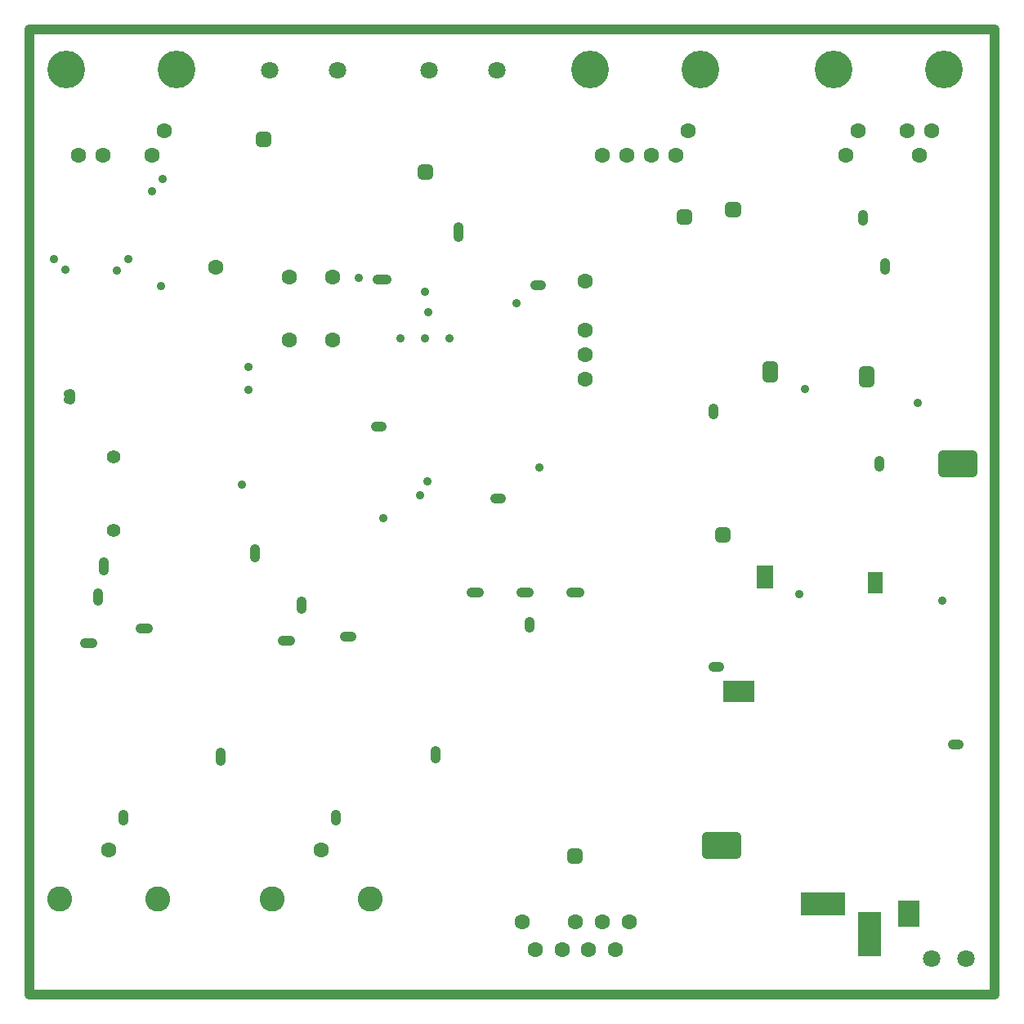
<source format=gbr>
%TF.GenerationSoftware,Altium Limited,Altium Designer,19.0.10 (269)*%
G04 Layer_Physical_Order=2*
G04 Layer_Color=32768*
%FSLAX45Y45*%
%MOMM*%
%TF.FileFunction,Copper,L2,Inr,Plane*%
%TF.Part,Single*%
G01*
G75*
%TA.AperFunction,ComponentPad*%
%ADD82C,1.80000*%
%TA.AperFunction,NonConductor*%
%ADD96C,1.00000*%
%ADD97C,1.01600*%
%ADD98R,2.37556X4.59740*%
%ADD99R,4.59740X2.37556*%
%ADD100R,3.01300X1.79380*%
%ADD101R,1.52400X2.32721*%
%ADD102R,1.67640X2.36220*%
%ADD103R,3.33700X2.18441*%
%ADD104R,2.18442X2.79401*%
%TA.AperFunction,ComponentPad*%
%ADD105C,1.60000*%
%ADD106C,1.40000*%
%ADD107C,3.90000*%
%ADD108C,2.60000*%
%ADD109O,3.80000X1.40000*%
%ADD110O,1.40000X3.60000*%
%TA.AperFunction,ViaPad*%
%ADD111C,0.90000*%
D82*
X4144106Y9575619D02*
D03*
X4844056D02*
D03*
X3194051D02*
D03*
X2494101D02*
D03*
X9351769Y377976D02*
D03*
X9701719D02*
D03*
D96*
X7644840Y6395040D02*
Y6514420D01*
Y6395040D02*
X7704840D01*
Y6514420D01*
X7644840D02*
X7704840D01*
X8643060Y6458540D02*
X8703060D01*
X8643060Y6339160D02*
Y6458540D01*
Y6339160D02*
X8703060D01*
Y6458540D01*
X421221Y6167129D02*
Y6227129D01*
X2399181Y8830900D02*
Y8890900D01*
X2400103Y8830900D02*
X2459181D01*
Y8890900D01*
X2399181D02*
X2459181D01*
X4071950Y8556276D02*
X4131950D01*
X4071950Y8496276D02*
Y8556276D01*
Y8496276D02*
X4131950D01*
Y8556276D01*
X9471100Y5412060D02*
Y5591440D01*
Y5412060D02*
X9772400D01*
Y5591440D01*
X9471100D02*
X9772400D01*
X7023500Y1457040D02*
Y1636420D01*
X7324800D01*
Y1457040D02*
Y1636420D01*
X7023500Y1457040D02*
X7324800D01*
X9568131Y2590322D02*
X9628131D01*
X5622033Y1469020D02*
X5682033D01*
X5622033Y1409020D02*
X5682033D01*
X5622033D02*
Y1469020D01*
X5682033Y1409020D02*
Y1469020D01*
X978780Y1807349D02*
Y1867349D01*
X4206980Y2446780D02*
Y2526640D01*
X3178179Y1806748D02*
Y1866748D01*
X1979200Y2419940D02*
Y2503760D01*
X574660Y3638780D02*
X649760D01*
X1156860Y3790321D02*
X1231960D01*
X712448Y4081100D02*
Y4156200D01*
X767720Y4399221D02*
Y4479080D01*
X3266152Y3707461D02*
X3341252D01*
X2623886Y3671513D02*
X2698986D01*
X2338520Y4532049D02*
Y4611909D01*
X2821740Y3998240D02*
Y4073341D01*
X3604573Y7407232D02*
X3701160D01*
X4450608Y7853713D02*
Y7947760D01*
X5241729Y7351460D02*
X5301729D01*
X3590311Y5885489D02*
X3650311D01*
X4827291Y5137740D02*
X4887291D01*
X6760375Y8030994D02*
Y8090994D01*
X6820375Y8030994D02*
Y8090994D01*
X6760375Y8030994D02*
X6820375D01*
X6760375Y8090994D02*
X6820375D01*
X7261227Y8163725D02*
X7321227D01*
X7261227Y8103725D02*
X7321227D01*
X7261227D02*
Y8163725D01*
X7321227Y8103725D02*
Y8163725D01*
X8641606Y8017606D02*
Y8077606D01*
X8868878Y7514878D02*
Y7574878D01*
X7086880Y6011771D02*
Y6071771D01*
X8804660Y5468732D02*
Y5528731D01*
X7152560Y4736759D02*
Y4796759D01*
X7212560Y4736759D02*
Y4796759D01*
X7152560Y4736759D02*
X7212560D01*
X7152560Y4796759D02*
X7212560D01*
X7088371Y3393232D02*
X7148371D01*
X5180200Y3805896D02*
Y3865895D01*
X4580687Y4170732D02*
X4660546D01*
X5616640D02*
X5696500D01*
X5098480D02*
X5178340D01*
D97*
X0Y0D02*
X10000000Y1D01*
X9999999Y10000000D02*
X10000000Y1D01*
X-1Y10000000D02*
X9999999D01*
X-1D02*
X0Y0D01*
D98*
X8705500Y631964D02*
D03*
D99*
X8220710Y939198D02*
D03*
D100*
X7174150Y1546729D02*
D03*
X9621750Y5501750D02*
D03*
D101*
X8768080Y4272561D02*
D03*
D102*
X7620000Y4326890D02*
D03*
D103*
X7348450Y3141920D02*
D03*
D104*
X9115500Y840680D02*
D03*
D105*
X3140880Y7433749D02*
D03*
Y6783749D02*
D03*
X2690880D02*
D03*
Y7433749D02*
D03*
X5103703Y750765D02*
D03*
X5242203Y466765D02*
D03*
X5519203D02*
D03*
X5657703Y750765D02*
D03*
X5796203Y466765D02*
D03*
X5934703Y750765D02*
D03*
X6073203Y466765D02*
D03*
X6211703Y750765D02*
D03*
X513601Y8694118D02*
D03*
X767601D02*
D03*
X1402601Y8948118D02*
D03*
X1275601Y8694118D02*
D03*
X6445606D02*
D03*
X5937606D02*
D03*
X6699606D02*
D03*
X6826606Y8948118D02*
D03*
X6191606Y8694118D02*
D03*
X8588606Y8948118D02*
D03*
X9350606D02*
D03*
X9223606Y8694118D02*
D03*
X8461606D02*
D03*
X9096606Y8948118D02*
D03*
X5759701Y7393439D02*
D03*
Y6885439D02*
D03*
Y6631439D02*
D03*
Y6377439D02*
D03*
X1931444Y7535484D02*
D03*
X826718Y1495861D02*
D03*
X3026719D02*
D03*
D106*
X875720Y5572740D02*
D03*
Y4810740D02*
D03*
D107*
X1529601Y9583118D02*
D03*
X386601D02*
D03*
X5810606D02*
D03*
X6953606D02*
D03*
X9477606D02*
D03*
X8334606D02*
D03*
D108*
X1334718Y987861D02*
D03*
X318718D02*
D03*
X2518719D02*
D03*
X3534719D02*
D03*
D109*
X8226721Y937976D02*
D03*
D110*
X8706721Y637976D02*
D03*
D111*
X7644520Y4329542D02*
D03*
X4126120Y5315400D02*
D03*
X2821740Y3998240D02*
D03*
X5616640Y4170732D02*
D03*
X5697440Y4169792D02*
D03*
X5098480Y4170732D02*
D03*
X5179280Y4169792D02*
D03*
X4580687Y4170732D02*
D03*
X4661486Y4169792D02*
D03*
X7204800Y1517040D02*
D03*
X7264800D02*
D03*
X7324800D02*
D03*
X7204800Y1457040D02*
D03*
X7324800D02*
D03*
X7264800D02*
D03*
Y1576420D02*
D03*
X7324800D02*
D03*
X7204800D02*
D03*
X7324800Y1636420D02*
D03*
X7264800D02*
D03*
X7204800D02*
D03*
X7023500Y1517040D02*
D03*
X7083500D02*
D03*
X7143500D02*
D03*
X7023500Y1457040D02*
D03*
X7143500D02*
D03*
X7083500D02*
D03*
Y1576420D02*
D03*
X7143500D02*
D03*
X7023500D02*
D03*
X7143500Y1636420D02*
D03*
X7083500D02*
D03*
X7023500D02*
D03*
X3701160Y7404692D02*
D03*
X3604573Y7407232D02*
D03*
X4453148Y7950300D02*
D03*
X4450608Y7853713D02*
D03*
X4130580Y7070680D02*
D03*
X3178179Y1866748D02*
D03*
Y1806748D02*
D03*
X4206040Y2445840D02*
D03*
X4206980Y2526640D02*
D03*
X2338520Y4611909D02*
D03*
X2337580Y4531109D02*
D03*
X2203940Y5285400D02*
D03*
X2698986Y3671513D02*
D03*
X2623886D02*
D03*
X649760Y3638780D02*
D03*
X574660D02*
D03*
X1231960Y3790321D02*
D03*
X1156860D02*
D03*
X712448Y4081100D02*
D03*
Y4156200D02*
D03*
X2821740Y4073341D02*
D03*
X3266152Y3707461D02*
D03*
X3341252D02*
D03*
X7212560Y4796759D02*
D03*
X7152560D02*
D03*
Y4736759D02*
D03*
X7212560D02*
D03*
X7229860Y3142880D02*
D03*
Y3082880D02*
D03*
Y3202880D02*
D03*
X7349240D02*
D03*
Y3142880D02*
D03*
Y3082880D02*
D03*
X7289240Y3202880D02*
D03*
Y3082880D02*
D03*
Y3142880D02*
D03*
X7408620D02*
D03*
Y3082880D02*
D03*
Y3202880D02*
D03*
X7468620Y3082880D02*
D03*
Y3142880D02*
D03*
Y3202880D02*
D03*
X7584520Y4269542D02*
D03*
X7644520D02*
D03*
X7584520Y4329542D02*
D03*
X7644520Y4388922D02*
D03*
X7584520D02*
D03*
X8643060Y6458540D02*
D03*
X8703060D02*
D03*
X8643060Y6398540D02*
D03*
X8703060D02*
D03*
Y6339160D02*
D03*
X8643060D02*
D03*
X8868878Y7574878D02*
D03*
Y7514878D02*
D03*
X7261227Y8103725D02*
D03*
X7321227D02*
D03*
Y8163725D02*
D03*
X7261227D02*
D03*
X6820375Y8030994D02*
D03*
Y8090994D02*
D03*
X6760375D02*
D03*
Y8030994D02*
D03*
X4131950Y8496276D02*
D03*
Y8556276D02*
D03*
X4071950D02*
D03*
Y8496276D02*
D03*
X372260Y7507560D02*
D03*
X251300Y7622260D02*
D03*
X1023740Y7621920D02*
D03*
X909040Y7500960D02*
D03*
X398361Y6167809D02*
D03*
Y6227809D02*
D03*
X978780Y1807349D02*
D03*
Y1867349D02*
D03*
X7644840Y6514420D02*
D03*
X7704840D02*
D03*
Y6455040D02*
D03*
X7644840D02*
D03*
X7704840Y6395040D02*
D03*
X7644840D02*
D03*
X766780Y4398281D02*
D03*
X767720Y4479080D02*
D03*
X5241729Y7351460D02*
D03*
X5301729D02*
D03*
X8641606Y8017606D02*
D03*
Y8077606D02*
D03*
X9471100Y5591440D02*
D03*
X9531100D02*
D03*
X9591100D02*
D03*
X9471100Y5531440D02*
D03*
X9591100D02*
D03*
X9531100D02*
D03*
Y5412060D02*
D03*
X9591100D02*
D03*
X9471100D02*
D03*
X9591100Y5472060D02*
D03*
X9531100D02*
D03*
X9471100D02*
D03*
X9652400Y5591440D02*
D03*
X9712400D02*
D03*
X9772400D02*
D03*
X9652400Y5531440D02*
D03*
X9772400D02*
D03*
X9712400D02*
D03*
Y5412060D02*
D03*
X9772400D02*
D03*
X9652400D02*
D03*
X9772400Y5472060D02*
D03*
X9712400D02*
D03*
X9652400D02*
D03*
X1979200Y2419940D02*
D03*
Y2503760D02*
D03*
X5180200Y3865895D02*
D03*
Y3805896D02*
D03*
X7086880Y6071771D02*
D03*
Y6011771D02*
D03*
X7088371Y3393232D02*
D03*
X7148371D02*
D03*
X9568131Y2590322D02*
D03*
X9628131D02*
D03*
X8804660Y5468732D02*
D03*
Y5528731D02*
D03*
X2399181Y8830900D02*
D03*
Y8890900D02*
D03*
X2459181D02*
D03*
Y8830900D02*
D03*
X1380100Y8447393D02*
D03*
X1267520Y8322705D02*
D03*
X2271780Y6268040D02*
D03*
X2269240Y6506800D02*
D03*
X3844292Y6796360D02*
D03*
X4097332D02*
D03*
X4357120D02*
D03*
X5284220Y5462860D02*
D03*
X5622033Y1409020D02*
D03*
Y1469020D02*
D03*
X5682033D02*
D03*
Y1409020D02*
D03*
X4887291Y5137740D02*
D03*
X4827291D02*
D03*
X3650311Y5885489D02*
D03*
X3590311D02*
D03*
X8737040Y4215720D02*
D03*
X8797040D02*
D03*
Y4275100D02*
D03*
X8737040D02*
D03*
X8797040Y4335100D02*
D03*
X8737040D02*
D03*
X9176460Y747660D02*
D03*
X9116460D02*
D03*
X9056460D02*
D03*
X9176460Y807660D02*
D03*
X9056460D02*
D03*
X9116460D02*
D03*
Y927040D02*
D03*
X9056460D02*
D03*
X9176460D02*
D03*
X9056460Y867040D02*
D03*
X9116460D02*
D03*
X9176460D02*
D03*
X4046140Y5178079D02*
D03*
X1362460Y7339920D02*
D03*
X3669530Y4937080D02*
D03*
X4103120Y7284040D02*
D03*
X3412240Y7428820D02*
D03*
X5046667Y7167880D02*
D03*
X9203286Y6130880D02*
D03*
X8033799Y6275660D02*
D03*
X9461980Y4083061D02*
D03*
X7973380Y4151641D02*
D03*
%TF.MD5,83a146dec4e28c631f9bd7b461794656*%
M02*

</source>
